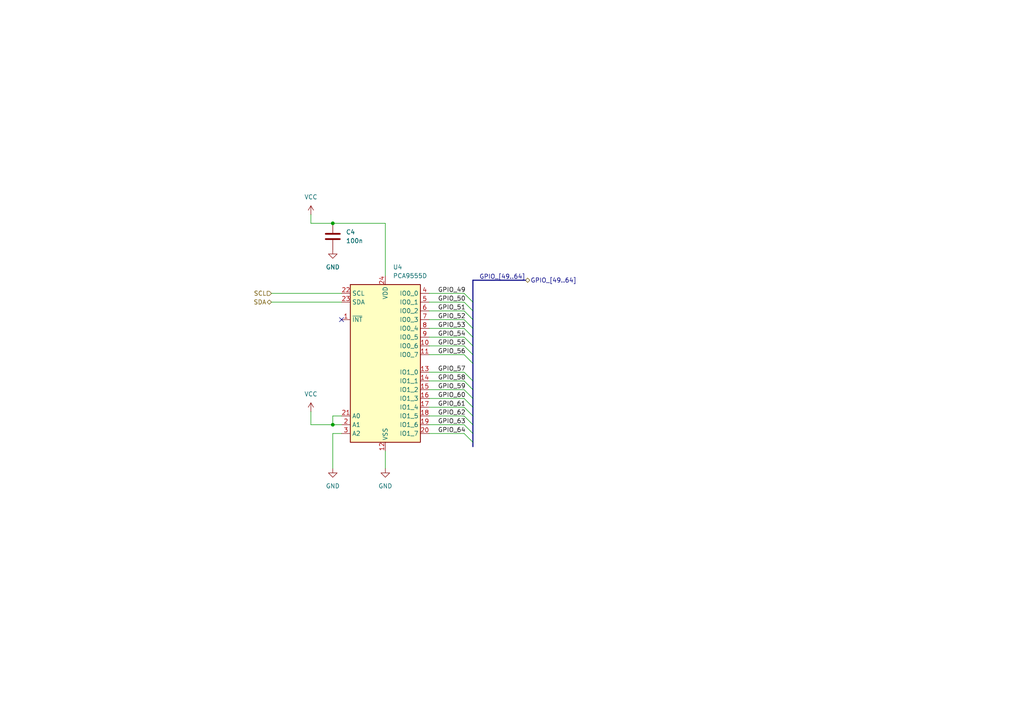
<source format=kicad_sch>
(kicad_sch (version 20231120) (generator "eeschema") (generator_version "8.0")
  (paper "A4")
  (lib_symbols
    (symbol "Device:C" (pin_numbers hide) (pin_names (offset 0.254))
      (property "Reference" "C" (at 0.635 2.54 0))
      (property "Value" "C" (at 0.635 -2.54 0))
      (symbol "C_0_1"
        (polyline (pts (xy -2.032 -0.762) (xy 2.032 -0.762)) (stroke (width 0.508)))
        (polyline (pts (xy -2.032 0.762) (xy 2.032 0.762)) (stroke (width 0.508)))
      )
      (symbol "C_1_1"
        (pin passive line (at 0 3.81 270) (length 2.794) (name "~") (number "1"))
        (pin passive line (at 0 -3.81 90) (length 2.794) (name "~") (number "2"))
      )
    )
    (symbol "Interface_Expansion:PCA9555D"
      (property "Reference" "U" (at -8.89 24.13 0))
      (property "Value" "PCA9555D" (at 6.35 24.13 0))
      (symbol "PCA9555D_0_1"
        (rectangle (start -10.16 22.86) (end 10.16 -22.86) (stroke (width 0.254)) (fill (type background)))
      )
      (symbol "PCA9555D_1_1"
        (pin open_collector line (at -12.7 12.7 0) (length 2.54) (name "~{INT}") (number "1"))
        (pin bidirectional line (at 12.7 5.08 180) (length 2.54) (name "IO0_6") (number "10"))
        (pin bidirectional line (at 12.7 2.54 180) (length 2.54) (name "IO0_7") (number "11"))
        (pin power_in line (at 0 -25.4 90) (length 2.54) (name "VSS") (number "12"))
        (pin bidirectional line (at 12.7 -2.54 180) (length 2.54) (name "IO1_0") (number "13"))
        (pin bidirectional line (at 12.7 -5.08 180) (length 2.54) (name "IO1_1") (number "14"))
        (pin bidirectional line (at 12.7 -7.62 180) (length 2.54) (name "IO1_2") (number "15"))
        (pin bidirectional line (at 12.7 -10.16 180) (length 2.54) (name "IO1_3") (number "16"))
        (pin bidirectional line (at 12.7 -12.7 180) (length 2.54) (name "IO1_4") (number "17"))
        (pin bidirectional line (at 12.7 -15.24 180) (length 2.54) (name "IO1_5") (number "18"))
        (pin bidirectional line (at 12.7 -17.78 180) (length 2.54) (name "IO1_6") (number "19"))
        (pin input line (at -12.7 -17.78 0) (length 2.54) (name "A1") (number "2"))
        (pin bidirectional line (at 12.7 -20.32 180) (length 2.54) (name "IO1_7") (number "20"))
        (pin input line (at -12.7 -15.24 0) (length 2.54) (name "A0") (number "21"))
        (pin input line (at -12.7 20.32 0) (length 2.54) (name "SCL") (number "22"))
        (pin bidirectional line (at -12.7 17.78 0) (length 2.54) (name "SDA") (number "23"))
        (pin power_in line (at 0 25.4 270) (length 2.54) (name "VDD") (number "24"))
        (pin input line (at -12.7 -20.32 0) (length 2.54) (name "A2") (number "3"))
        (pin bidirectional line (at 12.7 20.32 180) (length 2.54) (name "IO0_0") (number "4"))
        (pin bidirectional line (at 12.7 17.78 180) (length 2.54) (name "IO0_1") (number "5"))
        (pin bidirectional line (at 12.7 15.24 180) (length 2.54) (name "IO0_2") (number "6"))
        (pin bidirectional line (at 12.7 12.7 180) (length 2.54) (name "IO0_3") (number "7"))
        (pin bidirectional line (at 12.7 10.16 180) (length 2.54) (name "IO0_4") (number "8"))
        (pin bidirectional line (at 12.7 7.62 180) (length 2.54) (name "IO0_5") (number "9"))
      )
    )
    (symbol "power:GND" (power) (pin_numbers hide) (pin_names (offset 0) hide)
      (property "Value" "GND" (at 0 -3.81 0))
      (symbol "GND_0_1"
        (polyline (pts (xy 0 0) (xy 0 -1.27) (xy 1.27 -1.27) (xy 0 -2.54) (xy -1.27 -1.27) (xy 0 -1.27)))
      )
      (symbol "GND_1_1"
        (pin power_in line (at 0 0 270) (length 0) (name "~") (number "1"))
      )
    )
    (symbol "power:VCC" (power) (pin_numbers hide) (pin_names (offset 0) hide)
      (property "Value" "VCC" (at 0 3.556 0))
      (symbol "VCC_0_1"
        (polyline (pts (xy -0.762 1.27) (xy 0 2.54)))
        (polyline (pts (xy 0 0) (xy 0 2.54)))
        (polyline (pts (xy 0 2.54) (xy 0.762 1.27)))
      )
      (symbol "VCC_1_1"
        (pin power_in line (at 0 0 90) (length 0) (name "~") (number "1"))
      )
    )
  )
  (junction (at 96.52 123.19))
  (junction (at 96.52 64.77))
  (no_connect (at 99.06 92.71))
  (bus_entry (at 134.62 87.63) (size 2.54 2.54))
  (bus_entry (at 134.62 107.95) (size 2.54 2.54))
  (bus_entry (at 134.62 102.87) (size 2.54 2.54))
  (bus_entry (at 134.62 110.49) (size 2.54 2.54))
  (bus_entry (at 134.62 85.09) (size 2.54 2.54))
  (bus_entry (at 134.62 113.03) (size 2.54 2.54))
  (bus_entry (at 134.62 100.33) (size 2.54 2.54))
  (bus_entry (at 134.62 115.57) (size 2.54 2.54))
  (bus_entry (at 134.62 123.19) (size 2.54 2.54))
  (bus_entry (at 134.62 92.71) (size 2.54 2.54))
  (bus_entry (at 134.62 125.73) (size 2.54 2.54))
  (bus_entry (at 134.62 118.11) (size 2.54 2.54))
  (bus_entry (at 134.62 97.79) (size 2.54 2.54))
  (bus_entry (at 134.62 95.25) (size 2.54 2.54))
  (bus_entry (at 134.62 90.17) (size 2.54 2.54))
  (bus_entry (at 134.62 120.65) (size 2.54 2.54))
  (bus (pts (xy 137.16 102.87) (xy 137.16 105.41)))
  (wire (pts (xy 111.76 130.81) (xy 111.76 135.89)))
  (bus (pts (xy 137.16 120.65) (xy 137.16 123.19)))
  (wire (pts (xy 90.17 64.77) (xy 90.17 62.23)))
  (wire (pts (xy 78.74 85.09) (xy 99.06 85.09)))
  (wire (pts (xy 124.46 107.95) (xy 134.62 107.95)))
  (wire (pts (xy 124.46 120.65) (xy 134.62 120.65)))
  (bus (pts (xy 137.16 125.73) (xy 137.16 128.27)))
  (bus (pts (xy 137.16 110.49) (xy 137.16 113.03)))
  (wire (pts (xy 124.46 85.09) (xy 134.62 85.09)))
  (wire (pts (xy 124.46 110.49) (xy 134.62 110.49)))
  (wire (pts (xy 124.46 95.25) (xy 134.62 95.25)))
  (wire (pts (xy 96.52 120.65) (xy 96.52 123.19)))
  (wire (pts (xy 90.17 123.19) (xy 90.17 119.38)))
  (wire (pts (xy 78.74 87.63) (xy 99.06 87.63)))
  (bus (pts (xy 137.16 113.03) (xy 137.16 115.57)))
  (wire (pts (xy 111.76 64.77) (xy 96.52 64.77)))
  (wire (pts (xy 124.46 102.87) (xy 134.62 102.87)))
  (bus (pts (xy 137.16 92.71) (xy 137.16 95.25)))
  (wire (pts (xy 111.76 80.01) (xy 111.76 64.77)))
  (wire (pts (xy 124.46 118.11) (xy 134.62 118.11)))
  (bus (pts (xy 137.16 81.28) (xy 137.16 87.63)))
  (bus (pts (xy 137.16 95.25) (xy 137.16 97.79)))
  (wire (pts (xy 99.06 123.19) (xy 96.52 123.19)))
  (wire (pts (xy 96.52 125.73) (xy 96.52 135.89)))
  (bus (pts (xy 137.16 97.79) (xy 137.16 100.33)))
  (wire (pts (xy 96.52 123.19) (xy 90.17 123.19)))
  (wire (pts (xy 124.46 123.19) (xy 134.62 123.19)))
  (bus (pts (xy 137.16 118.11) (xy 137.16 120.65)))
  (bus (pts (xy 137.16 115.57) (xy 137.16 118.11)))
  (wire (pts (xy 124.46 113.03) (xy 134.62 113.03)))
  (wire (pts (xy 124.46 87.63) (xy 134.62 87.63)))
  (wire (pts (xy 124.46 115.57) (xy 134.62 115.57)))
  (bus (pts (xy 137.16 87.63) (xy 137.16 90.17)))
  (wire (pts (xy 96.52 64.77) (xy 90.17 64.77)))
  (wire (pts (xy 124.46 97.79) (xy 134.62 97.79)))
  (wire (pts (xy 124.46 92.71) (xy 134.62 92.71)))
  (wire (pts (xy 124.46 90.17) (xy 134.62 90.17)))
  (wire (pts (xy 124.46 100.33) (xy 134.62 100.33)))
  (bus (pts (xy 137.16 90.17) (xy 137.16 92.71)))
  (wire (pts (xy 99.06 125.73) (xy 96.52 125.73)))
  (bus (pts (xy 152.4 81.28) (xy 137.16 81.28)))
  (bus (pts (xy 137.16 105.41) (xy 137.16 110.49)))
  (bus (pts (xy 137.16 123.19) (xy 137.16 125.73)))
  (bus (pts (xy 137.16 100.33) (xy 137.16 102.87)))
  (wire (pts (xy 124.46 125.73) (xy 134.62 125.73)))
  (bus (pts (xy 137.16 128.27) (xy 137.16 129.54)))
  (wire (pts (xy 99.06 120.65) (xy 96.52 120.65)))
  (label "GPIO_63" (at 127 123.19 0))
  (label "GPIO_[49..64]" (at 152.4 81.28 180))
  (label "GPIO_54" (at 127 97.79 0))
  (label "GPIO_51" (at 127 90.17 0))
  (label "GPIO_61" (at 127 118.11 0))
  (label "GPIO_60" (at 127 115.57 0))
  (label "GPIO_64" (at 127 125.73 0))
  (label "GPIO_58" (at 127 110.49 0))
  (label "GPIO_53" (at 127 95.25 0))
  (label "GPIO_55" (at 127 100.33 0))
  (label "GPIO_52" (at 127 92.71 0))
  (label "GPIO_59" (at 127 113.03 0))
  (label "GPIO_50" (at 127 87.63 0))
  (label "GPIO_56" (at 127 102.87 0))
  (label "GPIO_62" (at 127 120.65 0))
  (label "GPIO_49" (at 127 85.09 0))
  (label "GPIO_57" (at 127 107.95 0))
  (hierarchical_label "SDA" (shape bidirectional) (at 78.74 87.63 180))
  (hierarchical_label "GPIO_[49..64]" (shape bidirectional) (at 152.4 81.28 0))
  (hierarchical_label "SCL" (shape input) (at 78.74 85.09 180))
  (symbol (lib_id "Interface_Expansion:PCA9555D") (at 111.76 105.41 0) (unit 1)
    (property "Reference" "U4" (at 113.9541 77.47 0) (effects (justify left)))
    (property "Value" "PCA9555D" (at 113.9541 80.01 0) (effects (justify left)))
    (property "Footprint" "Package_SO:SOIC-24W_7.5x15.4mm_P1.27mm" (effects (hide yes)))
    (property "Datasheet" "https://www.nxp.com/docs/en/data-sheet/PCA9555.pdf" (effects (hide yes)))
    (property "Description" "IO expander 16 GPIO, I2C 400kHz, Interrupt, 2.3 - 5.5V, SOIC-24" (effects (hide yes)))
  )
  (symbol (lib_id "power:VCC") (at 90.17 119.38 0) (unit 1)
    (property "Reference" "#PWR011" (effects (hide yes)))
    (property "Value" "VCC" (at 90.17 114.3 0))
    (property "Description" "Power symbol creates a global label with name \"VCC\"" (effects (hide yes)))
  )
  (symbol (lib_id "power:GND") (at 111.76 135.89 0) (unit 1)
    (property "Reference" "#PWR014" (effects (hide yes)))
    (property "Value" "GND" (at 111.76 140.97 0))
    (property "Description" "Power symbol creates a global label with name \"GND\" , ground" (effects (hide yes)))
  )
  (symbol (lib_id "power:GND") (at 96.52 72.39 0) (unit 1)
    (property "Reference" "#PWR012" (effects (hide yes)))
    (property "Value" "GND" (at 96.52 77.47 0))
    (property "Description" "Power symbol creates a global label with name \"GND\" , ground" (effects (hide yes)))
  )
  (symbol (lib_id "Device:C") (at 96.52 68.58 0) (unit 1)
    (property "Reference" "C4" (at 100.33 67.3099 0) (effects (justify left)))
    (property "Value" "100n" (at 100.33 69.8499 0) (effects (justify left)))
    (property "Footprint" "Capacitor_SMD:C_0603_1608Metric_Pad1.08x0.95mm_HandSolder" (effects (hide yes)))
    (property "Description" "Unpolarized capacitor" (effects (hide yes)))
  )
  (symbol (lib_id "power:GND") (at 96.52 135.89 0) (unit 1)
    (property "Reference" "#PWR013" (effects (hide yes)))
    (property "Value" "GND" (at 96.52 140.97 0))
    (property "Description" "Power symbol creates a global label with name \"GND\" , ground" (effects (hide yes)))
  )
  (symbol (lib_id "power:VCC") (at 90.17 62.23 0) (unit 1)
    (property "Reference" "#PWR010" (effects (hide yes)))
    (property "Value" "VCC" (at 90.17 57.15 0))
    (property "Description" "Power symbol creates a global label with name \"VCC\"" (effects (hide yes)))
  )
)
</source>
